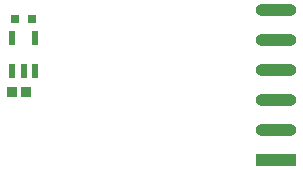
<source format=gbr>
G04*
G04 #@! TF.GenerationSoftware,Altium Limited,Altium Designer,23.1.1 (15)*
G04*
G04 Layer_Color=128*
%FSLAX25Y25*%
%MOIN*%
G70*
G04*
G04 #@! TF.SameCoordinates,1495F0C7-D67D-4403-963C-54D1E027F531*
G04*
G04*
G04 #@! TF.FilePolarity,Positive*
G04*
G01*
G75*
%ADD17O,0.13780X0.04016*%
%ADD18R,0.13780X0.04016*%
%ADD56R,0.03347X0.03347*%
G04:AMPARAMS|DCode=57|XSize=29.92mil|YSize=26mil|CornerRadius=3.25mil|HoleSize=0mil|Usage=FLASHONLY|Rotation=270.000|XOffset=0mil|YOffset=0mil|HoleType=Round|Shape=RoundedRectangle|*
%AMROUNDEDRECTD57*
21,1,0.02992,0.01950,0,0,270.0*
21,1,0.02342,0.02600,0,0,270.0*
1,1,0.00650,-0.00975,-0.01171*
1,1,0.00650,-0.00975,0.01171*
1,1,0.00650,0.00975,0.01171*
1,1,0.00650,0.00975,-0.01171*
%
%ADD57ROUNDEDRECTD57*%
%ADD58R,0.01968X0.04724*%
D17*
X500500Y344000D02*
D03*
Y324000D02*
D03*
Y314000D02*
D03*
Y334000D02*
D03*
Y354000D02*
D03*
D18*
Y304000D02*
D03*
D56*
X417264Y326500D02*
D03*
X412736D02*
D03*
D57*
X413744Y351000D02*
D03*
X419256D02*
D03*
D58*
X412760Y333488D02*
D03*
X420240D02*
D03*
X416500D02*
D03*
X420240Y344512D02*
D03*
X412760D02*
D03*
M02*

</source>
